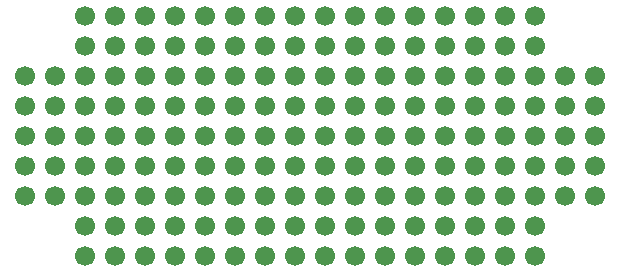
<source format=gbr>
G04 #@! TF.GenerationSoftware,KiCad,Pcbnew,(5.1.5)-3*
G04 #@! TF.CreationDate,2020-05-28T08:00:15-06:00*
G04 #@! TF.ProjectId,FeatherProtoShield,46656174-6865-4725-9072-6f746f536869,rev?*
G04 #@! TF.SameCoordinates,Original*
G04 #@! TF.FileFunction,Copper,L1,Top*
G04 #@! TF.FilePolarity,Positive*
%FSLAX46Y46*%
G04 Gerber Fmt 4.6, Leading zero omitted, Abs format (unit mm)*
G04 Created by KiCad (PCBNEW (5.1.5)-3) date 2020-05-28 08:00:15*
%MOMM*%
%LPD*%
G04 APERTURE LIST*
%ADD10C,1.700000*%
G04 APERTURE END LIST*
D10*
X205740000Y-76200000D03*
X205740000Y-73660000D03*
X205740000Y-71120000D03*
X205740000Y-68580000D03*
X203200000Y-68580000D03*
X203200000Y-71120000D03*
X203200000Y-73660000D03*
X203200000Y-76200000D03*
X203200000Y-78740000D03*
X203200000Y-81280000D03*
X200660000Y-81280000D03*
X200660000Y-78740000D03*
X200660000Y-76200000D03*
X200660000Y-73660000D03*
X200660000Y-71120000D03*
X200660000Y-68580000D03*
X198120000Y-68580000D03*
X198120000Y-71120000D03*
X198120000Y-73660000D03*
X198120000Y-76200000D03*
X198120000Y-78740000D03*
X198120000Y-81280000D03*
X195580000Y-81280000D03*
X195580000Y-78740000D03*
X195580000Y-76200000D03*
X195580000Y-73660000D03*
X195580000Y-71120000D03*
X195580000Y-68580000D03*
X193040000Y-68580000D03*
X193040000Y-71120000D03*
X193040000Y-73660000D03*
X193040000Y-76200000D03*
X193040000Y-78740000D03*
X193040000Y-81280000D03*
X190500000Y-81280000D03*
X190500000Y-78740000D03*
X190500000Y-76200000D03*
X190500000Y-73660000D03*
X190500000Y-71120000D03*
X190500000Y-68580000D03*
X187960000Y-68580000D03*
X187960000Y-71120000D03*
X187960000Y-73660000D03*
X187960000Y-76200000D03*
X187960000Y-78740000D03*
X187960000Y-81280000D03*
X185420000Y-81280000D03*
X185420000Y-78740000D03*
X185420000Y-76200000D03*
X185420000Y-73660000D03*
X185420000Y-71120000D03*
X185420000Y-68580000D03*
X182880000Y-68580000D03*
X182880000Y-71120000D03*
X182880000Y-73660000D03*
X182880000Y-76200000D03*
X182880000Y-78740000D03*
X182880000Y-81280000D03*
X180340000Y-81280000D03*
X180340000Y-78740000D03*
X180340000Y-76200000D03*
X180340000Y-73660000D03*
X180340000Y-71120000D03*
X180340000Y-68580000D03*
X177800000Y-68580000D03*
X177800000Y-71120000D03*
X177800000Y-73660000D03*
X177800000Y-76200000D03*
X177800000Y-78740000D03*
X177800000Y-81280000D03*
X175260000Y-81280000D03*
X175260000Y-78740000D03*
X175260000Y-76200000D03*
X175260000Y-73660000D03*
X175260000Y-71120000D03*
X175260000Y-68580000D03*
X172720000Y-71120000D03*
X172720000Y-73660000D03*
X172720000Y-76200000D03*
X172720000Y-78740000D03*
X172720000Y-81280000D03*
X170180000Y-81280000D03*
X170180000Y-78740000D03*
X167640000Y-78740000D03*
X167640000Y-81280000D03*
X165100000Y-81280000D03*
X165100000Y-78740000D03*
X170180000Y-76200000D03*
X170180000Y-73660000D03*
X170180000Y-71120000D03*
X172720000Y-68580000D03*
X170180000Y-68580000D03*
X167640000Y-68580000D03*
X167640000Y-71120000D03*
X167640000Y-73660000D03*
X167640000Y-76200000D03*
X165100000Y-76200000D03*
X165100000Y-73660000D03*
X165100000Y-71120000D03*
X165100000Y-68580000D03*
X162560000Y-68580000D03*
X162560000Y-71120000D03*
X162560000Y-73660000D03*
X162560000Y-76200000D03*
X160020000Y-76200000D03*
X160020000Y-73660000D03*
X160020000Y-71120000D03*
X160020000Y-68580000D03*
X160020000Y-66040000D03*
X162560000Y-66040000D03*
X165100000Y-66040000D03*
X167640000Y-66040000D03*
X170180000Y-66040000D03*
X172720000Y-66040000D03*
X175260000Y-66040000D03*
X177800000Y-66040000D03*
X180340000Y-66040000D03*
X182880000Y-66040000D03*
X185420000Y-66040000D03*
X187960000Y-66040000D03*
X190500000Y-66040000D03*
X193040000Y-66040000D03*
X195580000Y-66040000D03*
X198120000Y-66040000D03*
X200660000Y-66040000D03*
X203200000Y-66040000D03*
X205740000Y-66040000D03*
X208280000Y-76200000D03*
X208280000Y-73660000D03*
X208280000Y-71120000D03*
X208280000Y-68580000D03*
X208280000Y-66040000D03*
X165100000Y-63500000D03*
X165100000Y-60960000D03*
X167640000Y-63500000D03*
X167640000Y-60960000D03*
X170180000Y-63500000D03*
X172720000Y-63500000D03*
X175260000Y-63500000D03*
X177800000Y-63500000D03*
X180340000Y-63500000D03*
X182880000Y-63500000D03*
X185420000Y-63500000D03*
X187960000Y-63500000D03*
X190500000Y-63500000D03*
X193040000Y-63500000D03*
X195580000Y-63500000D03*
X198120000Y-63500000D03*
X200660000Y-63500000D03*
X203200000Y-63500000D03*
X203200000Y-60960000D03*
X200660000Y-60960000D03*
X198120000Y-60960000D03*
X195580000Y-60960000D03*
X193040000Y-60960000D03*
X190500000Y-60960000D03*
X187960000Y-60960000D03*
X185420000Y-60960000D03*
X182880000Y-60960000D03*
X180340000Y-60960000D03*
X177800000Y-60960000D03*
X175260000Y-60960000D03*
X172720000Y-60960000D03*
X170180000Y-60960000D03*
M02*

</source>
